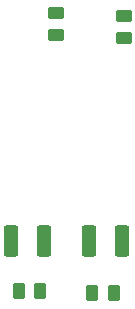
<source format=gbr>
%TF.GenerationSoftware,KiCad,Pcbnew,(6.0.1)*%
%TF.CreationDate,2022-04-27T12:01:46-05:00*%
%TF.ProjectId,RemotePet,52656d6f-7465-4506-9574-2e6b69636164,rev?*%
%TF.SameCoordinates,Original*%
%TF.FileFunction,Paste,Top*%
%TF.FilePolarity,Positive*%
%FSLAX46Y46*%
G04 Gerber Fmt 4.6, Leading zero omitted, Abs format (unit mm)*
G04 Created by KiCad (PCBNEW (6.0.1)) date 2022-04-27 12:01:46*
%MOMM*%
%LPD*%
G01*
G04 APERTURE LIST*
G04 Aperture macros list*
%AMRoundRect*
0 Rectangle with rounded corners*
0 $1 Rounding radius*
0 $2 $3 $4 $5 $6 $7 $8 $9 X,Y pos of 4 corners*
0 Add a 4 corners polygon primitive as box body*
4,1,4,$2,$3,$4,$5,$6,$7,$8,$9,$2,$3,0*
0 Add four circle primitives for the rounded corners*
1,1,$1+$1,$2,$3*
1,1,$1+$1,$4,$5*
1,1,$1+$1,$6,$7*
1,1,$1+$1,$8,$9*
0 Add four rect primitives between the rounded corners*
20,1,$1+$1,$2,$3,$4,$5,0*
20,1,$1+$1,$4,$5,$6,$7,0*
20,1,$1+$1,$6,$7,$8,$9,0*
20,1,$1+$1,$8,$9,$2,$3,0*%
G04 Aperture macros list end*
%ADD10RoundRect,0.250000X0.450000X-0.262500X0.450000X0.262500X-0.450000X0.262500X-0.450000X-0.262500X0*%
%ADD11RoundRect,0.250000X-0.375000X-1.075000X0.375000X-1.075000X0.375000X1.075000X-0.375000X1.075000X0*%
%ADD12RoundRect,0.250000X-0.262500X-0.450000X0.262500X-0.450000X0.262500X0.450000X-0.262500X0.450000X0*%
%ADD13RoundRect,0.250000X-0.450000X0.262500X-0.450000X-0.262500X0.450000X-0.262500X0.450000X0.262500X0*%
G04 APERTURE END LIST*
D10*
%TO.C,R1*%
X106800000Y-76312500D03*
X106800000Y-74487500D03*
%TD*%
D11*
%TO.C,D3*%
X103000000Y-93800000D03*
X105800000Y-93800000D03*
%TD*%
D12*
%TO.C,R5*%
X103687500Y-98000000D03*
X105512500Y-98000000D03*
%TD*%
%TO.C,R4*%
X109887500Y-98200000D03*
X111712500Y-98200000D03*
%TD*%
D11*
%TO.C,D2*%
X109600000Y-93800000D03*
X112400000Y-93800000D03*
%TD*%
D13*
%TO.C,R2*%
X112610000Y-74722500D03*
X112610000Y-76547500D03*
%TD*%
M02*

</source>
